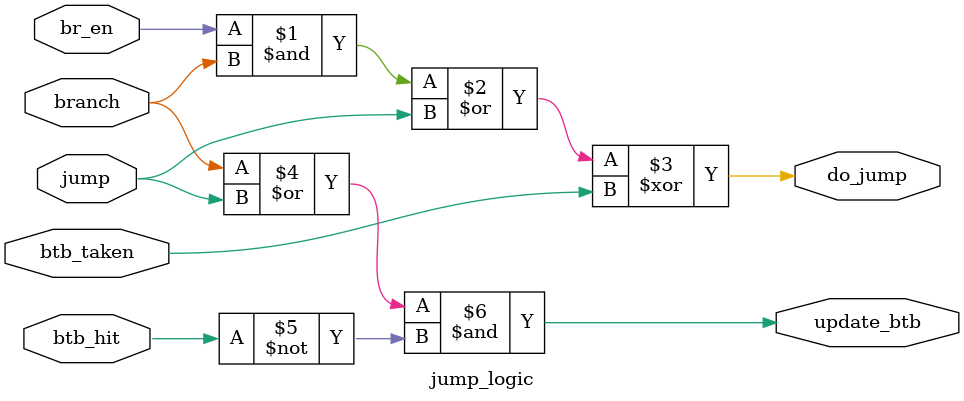
<source format=sv>
module jump_logic(
	input logic br_en,
	input logic branch,
	input logic jump,
	input logic btb_hit,
	input logic btb_taken,
	output logic do_jump,
	output logic update_btb
);

assign do_jump = ((br_en & branch) | jump) ^ btb_taken;
assign update_btb = (branch | jump) & ~btb_hit;

endmodule : jump_logic
</source>
